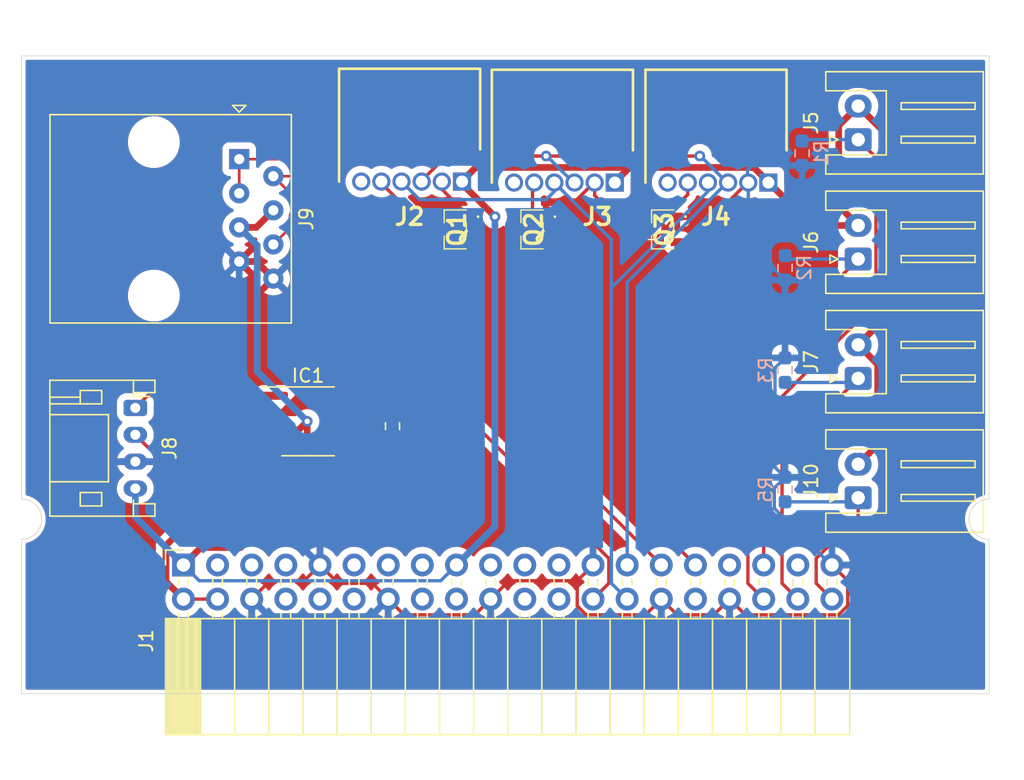
<source format=kicad_pcb>
(kicad_pcb (version 20221018) (generator pcbnew)
  (layers (0 "F.Cu" signal) (31 "B.Cu" signal) (34 "B.Paste" user) (35 "F.Paste" user) (36 "B.SilkS" user "B.Silkscreen") (37 "F.SilkS" user "F.Silkscreen") (38 "B.Mask" user) (39 "F.Mask" user) (44 "Edge.Cuts" user))
  (net 0 "")
  (net 23 "XSHUT2")
  (net 24 "XSHUT1")
  (net 25 "XSHUT0")
  (net 26 "SDA0")
  (net 27 "SCL0")
  (net 28 "Net-(J4-Pin_5)")
  (net 29 "Net-(J3-Pin_5)")
  (net 30 "Net-(J2-Pin_5)")
  (net 31 "GND")
  (net 32 "CANTX")
  (net 33 "CANRX")
  (net 34 "CAN-")
  (net 35 "CAN+")
  (net 36 "BlockDetect_Rear")
  (net 37 "BlockDetect_MiddleOn")
  (net 38 "BlockDetect_MiddleOff")
  (net 39 "BlockDetect_Front")
  (net 40 "+5V")
  (net 41 "+3V3")
  (footprint "samacsys_lib:SHDRRA6W50P0X150_1X6_1050X600X370P" (layer "F.Cu") (at 125.79 86.2875)
    (fp_text reference "J2" (at 3.75 2.6125) (layer "F.SilkS") (effects (font (size 1.27 1.27) (thickness 0.254))))
    (fp_text value "VL53L1X_front" hide)
    (pad "1" thru_hole rect (at 7.65 0) (size 1.35 1.35) (drill 0.9) (layers "*.Cu" "*.Mask") (net 41 "+3V3"))
    (pad "2" thru_hole circle (at 6.15 0) (size 1.35 1.35) (drill 0.9) (layers "*.Cu" "*.Mask") (net 31 "GND"))
    (pad "3" thru_hole circle (at 4.65 0) (size 1.35 1.35) (drill 0.9) (layers "*.Cu" "*.Mask") (net 26 "SDA0"))
    (pad "4" thru_hole circle (at 3.15 0) (size 1.35 1.35) (drill 0.9) (layers "*.Cu" "*.Mask") (net 27 "SCL0"))
    (pad "5" thru_hole circle (at 1.65 0) (size 1.35 1.35) (drill 0.9) (layers "*.Cu" "*.Mask") (net 30 "Net-(J2-Pin_5)"))
    (pad "6" thru_hole circle (at 0.15 0) (size 1.35 1.35) (drill 0.9) (layers "*.Cu" "*.Mask"))
  )
  (footprint "Package_SO:SOIC-8_3.9x4.9mm_P1.27mm" (layer "F.Cu") (at 121.985 104.14)
    (fp_text reference "IC1" (at 0 -3.4) (layer "F.SilkS"))
    (fp_text value "TJA1441AT_0Z")
    (pad "1" smd roundrect (at -2.475 -1.905) (size 1.95 0.6) (layers "F.Cu" "F.Paste" "F.Mask") (net 32 "CANTX"))
    (pad "2" smd roundrect (at -2.475 -0.635) (size 1.95 0.6) (layers "F.Cu" "F.Paste" "F.Mask") (net 31 "GND"))
    (pad "3" smd roundrect (at -2.475 0.635) (size 1.95 0.6) (layers "F.Cu" "F.Paste" "F.Mask") (net 40 "+5V"))
    (pad "4" smd roundrect (at -2.475 1.905) (size 1.95 0.6) (layers "F.Cu" "F.Paste" "F.Mask") (net 33 "CANRX"))
    (pad "5" smd roundrect (at 2.475 1.905) (size 1.95 0.6) (layers "F.Cu" "F.Paste" "F.Mask") (net 41 "+3V3"))
    (pad "6" smd roundrect (at 2.475 0.635) (size 1.95 0.6) (layers "F.Cu" "F.Paste" "F.Mask") (net 34 "CAN-"))
    (pad "7" smd roundrect (at 2.475 -0.635) (size 1.95 0.6) (layers "F.Cu" "F.Paste" "F.Mask") (net 35 "CAN+"))
    (pad "8" smd roundrect (at 2.475 -1.905) (size 1.95 0.6) (layers "F.Cu" "F.Paste" "F.Mask") (net 31 "GND"))
  )
  (footprint "samacsys_lib:DTB123YKT146" (layer "F.Cu") (at 138.65 89.85 90)
    (fp_text reference "Q2" (at 0 0.125 90) (layer "F.SilkS") (effects (font (size 1.27 1.27) (thickness 0.254))))
    (fp_text value "2SC2411KT146Q" hide)
    (pad "1" smd rect (at 0.95 1.05 90) (size 0.6 0.9) (layers "F.Cu" "F.Paste" "F.Mask") (net 31 "GND"))
    (pad "2" smd rect (at -0.95 1.05 90) (size 0.6 0.9) (layers "F.Cu" "F.Paste" "F.Mask") (net 24 "XSHUT1"))
    (pad "3" smd rect (at 0 -1.05 90) (size 0.6 0.9) (layers "F.Cu" "F.Paste" "F.Mask") (net 29 "Net-(J3-Pin_5)"))
  )
  (footprint "samacsys_lib:DTB123YKT146" (layer "F.Cu") (at 132.935 89.85 90)
    (fp_text reference "Q1" (at 0 0.125 90) (layer "F.SilkS") (effects (font (size 1.27 1.27) (thickness 0.254))))
    (fp_text value "2SC2411KT146Q" hide)
    (pad "1" smd rect (at 0.95 1.05 90) (size 0.6 0.9) (layers "F.Cu" "F.Paste" "F.Mask") (net 31 "GND"))
    (pad "2" smd rect (at -0.95 1.05 90) (size 0.6 0.9) (layers "F.Cu" "F.Paste" "F.Mask") (net 25 "XSHUT0"))
    (pad "3" smd rect (at 0 -1.05 90) (size 0.6 0.9) (layers "F.Cu" "F.Paste" "F.Mask") (net 30 "Net-(J2-Pin_5)"))
  )
  (footprint "Resistor_SMD:R_0603_1608Metric_Pad0.98x0.95mm_HandSolder" (layer "F.Cu") (at 128.27 104.4975 -90)
    (fp_text reference "R4" hide)
    (fp_text value "120")
    (pad "1" smd roundrect (at -0.9125 0 270) (size 0.975 0.95) (layers "F.Cu" "F.Paste" "F.Mask") (net 35 "CAN+"))
    (pad "2" smd roundrect (at 0.9125 0 270) (size 0.975 0.95) (layers "F.Cu" "F.Paste" "F.Mask") (net 34 "CAN-"))
  )
  (footprint "Connector_JST:JST_XH_S2B-XH-A_1x02_P2.50mm_Horizontal" (layer "F.Cu") (at 162.92 109.835 90)
    (fp_text reference "J10" (at 1.25 -3.5 90) (layer "F.SilkS"))
    (fp_text value "BlockDetectLimSw_Rear")
    (pad "1" thru_hole roundrect (at 0 0 90) (size 1.7 2) (drill 1) (layers "*.Cu" "*.Mask") (roundrect_rratio 0.147059) (net 36 "BlockDetect_Rear"))
    (pad "2" thru_hole oval (at 2.5 0 90) (size 1.7 2) (drill 1) (layers "*.Cu" "*.Mask") (net 41 "+3V3"))
  )
  (footprint "Connector_PinSocket_2.54mm:PinSocket_2x20_P2.54mm_Horizontal" (layer "F.Cu") (at 112.71 114.835 90)
    (fp_text reference "J1" (at -5.65 -2.77 90) (layer "F.SilkS"))
    (fp_text value "JetsonOrinNano_DevKit_J12")
    (pad "1" thru_hole rect (at 0 0 90) (size 1.7 1.7) (drill 1) (layers "*.Cu" "*.Mask") (net 41 "+3V3"))
    (pad "2" thru_hole oval (at -2.54 0 90) (size 1.7 1.7) (drill 1) (layers "*.Cu" "*.Mask") (net 40 "+5V"))
    (pad "3" thru_hole oval (at 0 2.54 90) (size 1.7 1.7) (drill 1) (layers "*.Cu" "*.Mask"))
    (pad "4" thru_hole oval (at -2.54 2.54 90) (size 1.7 1.7) (drill 1) (layers "*.Cu" "*.Mask") (net 40 "+5V"))
    (pad "5" thru_hole oval (at 0 5.08 90) (size 1.7 1.7) (drill 1) (layers "*.Cu" "*.Mask"))
    (pad "6" thru_hole oval (at -2.54 5.08 90) (size 1.7 1.7) (drill 1) (layers "*.Cu" "*.Mask") (net 31 "GND"))
    (pad "7" thru_hole oval (at 0 7.62 90) (size 1.7 1.7) (drill 1) (layers "*.Cu" "*.Mask"))
    (pad "8" thru_hole oval (at -2.54 7.62 90) (size 1.7 1.7) (drill 1) (layers "*.Cu" "*.Mask"))
    (pad "9" thru_hole oval (at 0 10.16 90) (size 1.7 1.7) (drill 1) (layers "*.Cu" "*.Mask") (net 31 "GND"))
    (pad "10" thru_hole oval (at -2.54 10.16 90) (size 1.7 1.7) (drill 1) (layers "*.Cu" "*.Mask"))
    (pad "11" thru_hole oval (at 0 12.7 90) (size 1.7 1.7) (drill 1) (layers "*.Cu" "*.Mask"))
    (pad "12" thru_hole oval (at -2.54 12.7 90) (size 1.7 1.7) (drill 1) (layers "*.Cu" "*.Mask"))
    (pad "13" thru_hole oval (at 0 15.24 90) (size 1.7 1.7) (drill 1) (layers "*.Cu" "*.Mask"))
    (pad "14" thru_hole oval (at -2.54 15.24 90) (size 1.7 1.7) (drill 1) (layers "*.Cu" "*.Mask") (net 31 "GND"))
    (pad "15" thru_hole oval (at 0 17.78 90) (size 1.7 1.7) (drill 1) (layers "*.Cu" "*.Mask"))
    (pad "16" thru_hole oval (at -2.54 17.78 90) (size 1.7 1.7) (drill 1) (layers "*.Cu" "*.Mask"))
    (pad "17" thru_hole oval (at 0 20.32 90) (size 1.7 1.7) (drill 1) (layers "*.Cu" "*.Mask") (net 41 "+3V3"))
    (pad "18" thru_hole oval (at -2.54 20.32 90) (size 1.7 1.7) (drill 1) (layers "*.Cu" "*.Mask"))
    (pad "19" thru_hole oval (at 0 22.86 90) (size 1.7 1.7) (drill 1) (layers "*.Cu" "*.Mask"))
    (pad "20" thru_hole oval (at -2.54 22.86 90) (size 1.7 1.7) (drill 1) (layers "*.Cu" "*.Mask") (net 31 "GND"))
    (pad "21" thru_hole oval (at 0 25.4 90) (size 1.7 1.7) (drill 1) (layers "*.Cu" "*.Mask"))
    (pad "22" thru_hole oval (at -2.54 25.4 90) (size 1.7 1.7) (drill 1) (layers "*.Cu" "*.Mask"))
    (pad "23" thru_hole oval (at 0 27.94 90) (size 1.7 1.7) (drill 1) (layers "*.Cu" "*.Mask"))
    (pad "24" thru_hole oval (at -2.54 27.94 90) (size 1.7 1.7) (drill 1) (layers "*.Cu" "*.Mask"))
    (pad "25" thru_hole oval (at 0 30.48 90) (size 1.7 1.7) (drill 1) (layers "*.Cu" "*.Mask") (net 31 "GND"))
    (pad "26" thru_hole oval (at -2.54 30.48 90) (size 1.7 1.7) (drill 1) (layers "*.Cu" "*.Mask") (net 25 "XSHUT0"))
    (pad "27" thru_hole oval (at 0 33.02 90) (size 1.7 1.7) (drill 1) (layers "*.Cu" "*.Mask") (net 26 "SDA0"))
    (pad "28" thru_hole oval (at -2.54 33.02 90) (size 1.7 1.7) (drill 1) (layers "*.Cu" "*.Mask") (net 27 "SCL0"))
    (pad "29" thru_hole oval (at 0 35.56 90) (size 1.7 1.7) (drill 1) (layers "*.Cu" "*.Mask") (net 24 "XSHUT1"))
    (pad "30" thru_hole oval (at -2.54 35.56 90) (size 1.7 1.7) (drill 1) (layers "*.Cu" "*.Mask") (net 31 "GND"))
    (pad "31" thru_hole oval (at 0 38.1 90) (size 1.7 1.7) (drill 1) (layers "*.Cu" "*.Mask") (net 23 "XSHUT2"))
    (pad "32" thru_hole oval (at -2.54 38.1 90) (size 1.7 1.7) (drill 1) (layers "*.Cu" "*.Mask"))
    (pad "33" thru_hole oval (at 0 40.64 90) (size 1.7 1.7) (drill 1) (layers "*.Cu" "*.Mask"))
    (pad "34" thru_hole oval (at -2.54 40.64 90) (size 1.7 1.7) (drill 1) (layers "*.Cu" "*.Mask") (net 31 "GND"))
    (pad "35" thru_hole oval (at 0 43.18 90) (size 1.7 1.7) (drill 1) (layers "*.Cu" "*.Mask") (net 39 "BlockDetect_Front"))
    (pad "36" thru_hole oval (at -2.54 43.18 90) (size 1.7 1.7) (drill 1) (layers "*.Cu" "*.Mask") (net 37 "BlockDetect_MiddleOn"))
    (pad "37" thru_hole oval (at 0 45.72 90) (size 1.7 1.7) (drill 1) (layers "*.Cu" "*.Mask"))
    (pad "38" thru_hole oval (at -2.54 45.72 90) (size 1.7 1.7) (drill 1) (layers "*.Cu" "*.Mask") (net 38 "BlockDetect_MiddleOff"))
    (pad "39" thru_hole oval (at 0 48.26 90) (size 1.7 1.7) (drill 1) (layers "*.Cu" "*.Mask") (net 31 "GND"))
    (pad "40" thru_hole oval (at -2.54 48.26 90) (size 1.7 1.7) (drill 1) (layers "*.Cu" "*.Mask") (net 36 "BlockDetect_Rear"))
  )
  (footprint "samacsys_lib:DTB123YKT146" (layer "F.Cu") (at 148.37 89.85 90)
    (fp_text reference "Q3" (at 0 0.125 90) (layer "F.SilkS") (effects (font (size 1.27 1.27) (thickness 0.254))))
    (fp_text value "2SC2411KT146Q" hide)
    (pad "1" smd rect (at 0.95 1.05 90) (size 0.6 0.9) (layers "F.Cu" "F.Paste" "F.Mask") (net 31 "GND"))
    (pad "2" smd rect (at -0.95 1.05 90) (size 0.6 0.9) (layers "F.Cu" "F.Paste" "F.Mask") (net 23 "XSHUT2"))
    (pad "3" smd rect (at 0 -1.05 90) (size 0.6 0.9) (layers "F.Cu" "F.Paste" "F.Mask") (net 28 "Net-(J4-Pin_5)"))
  )
  (footprint "samacsys_lib:SHDRRA6W50P0X150_1X6_1050X600X370P" (layer "F.Cu") (at 148.59 86.36)
    (fp_text reference "J4" (at 3.75 2.54) (layer "F.SilkS") (effects (font (size 1.27 1.27) (thickness 0.254))))
    (fp_text value "VL53L1X_rear" hide)
    (pad "1" thru_hole rect (at 7.65 0) (size 1.35 1.35) (drill 0.9) (layers "*.Cu" "*.Mask") (net 41 "+3V3"))
    (pad "2" thru_hole circle (at 6.15 0) (size 1.35 1.35) (drill 0.9) (layers "*.Cu" "*.Mask") (net 31 "GND"))
    (pad "3" thru_hole circle (at 4.65 0) (size 1.35 1.35) (drill 0.9) (layers "*.Cu" "*.Mask") (net 26 "SDA0"))
    (pad "4" thru_hole circle (at 3.15 0) (size 1.35 1.35) (drill 0.9) (layers "*.Cu" "*.Mask") (net 27 "SCL0"))
    (pad "5" thru_hole circle (at 1.65 0) (size 1.35 1.35) (drill 0.9) (layers "*.Cu" "*.Mask") (net 28 "Net-(J4-Pin_5)"))
    (pad "6" thru_hole circle (at 0.15 0) (size 1.35 1.35) (drill 0.9) (layers "*.Cu" "*.Mask"))
  )
  (footprint "samacsys_lib:SHDRRA6W50P0X150_1X6_1050X600X370P" (layer "F.Cu") (at 137.16 86.36)
    (fp_text reference "J3" (at 6.35 2.54) (layer "F.SilkS") (effects (font (size 1.27 1.27) (thickness 0.254))))
    (fp_text value "VL53L1X_middle" hide)
    (pad "1" thru_hole rect (at 7.65 0) (size 1.35 1.35) (drill 0.9) (layers "*.Cu" "*.Mask") (net 41 "+3V3"))
    (pad "2" thru_hole circle (at 6.15 0) (size 1.35 1.35) (drill 0.9) (layers "*.Cu" "*.Mask") (net 31 "GND"))
    (pad "3" thru_hole circle (at 4.65 0) (size 1.35 1.35) (drill 0.9) (layers "*.Cu" "*.Mask") (net 26 "SDA0"))
    (pad "4" thru_hole circle (at 3.15 0) (size 1.35 1.35) (drill 0.9) (layers "*.Cu" "*.Mask") (net 27 "SCL0"))
    (pad "5" thru_hole circle (at 1.65 0) (size 1.35 1.35) (drill 0.9) (layers "*.Cu" "*.Mask") (net 29 "Net-(J3-Pin_5)"))
    (pad "6" thru_hole circle (at 0.15 0) (size 1.35 1.35) (drill 0.9) (layers "*.Cu" "*.Mask"))
  )
  (footprint "Connector_JST:JST_XH_S2B-XH-A_1x02_P2.50mm_Horizontal" (layer "F.Cu") (at 162.92 92.055 90)
    (fp_text reference "J6" (at 1.25 -3.5 90) (layer "F.SilkS"))
    (fp_text value "BlockDetectLimSw_MiddleOn")
    (pad "1" thru_hole roundrect (at 0 0 90) (size 1.7 2) (drill 1) (layers "*.Cu" "*.Mask") (roundrect_rratio 0.147059) (net 37 "BlockDetect_MiddleOn"))
    (pad "2" thru_hole oval (at 2.5 0 90) (size 1.7 2) (drill 1) (layers "*.Cu" "*.Mask") (net 41 "+3V3"))
  )
  (footprint "Connector_JST:JST_XH_S2B-XH-A_1x02_P2.50mm_Horizontal" (layer "F.Cu") (at 162.92 83.165 90)
    (fp_text reference "J5" (at 1.25 -3.5 90) (layer "F.SilkS"))
    (fp_text value "BlockDetectLimSw_Front")
    (pad "1" thru_hole roundrect (at 0 0 90) (size 1.7 2) (drill 1) (layers "*.Cu" "*.Mask") (roundrect_rratio 0.147059) (net 39 "BlockDetect_Front"))
    (pad "2" thru_hole oval (at 2.5 0 90) (size 1.7 2) (drill 1) (layers "*.Cu" "*.Mask") (net 41 "+3V3"))
  )
  (footprint "Connector_JST:JST_XH_S2B-XH-A_1x02_P2.50mm_Horizontal" (layer "F.Cu") (at 162.92 100.945 90)
    (fp_text reference "J7" (at 1.25 -3.5 90) (layer "F.SilkS"))
    (fp_text value "BlockDetectLimSw_MiddleOff")
    (pad "1" thru_hole roundrect (at 0 0 90) (size 1.7 2) (drill 1) (layers "*.Cu" "*.Mask") (roundrect_rratio 0.147059) (net 38 "BlockDetect_MiddleOff"))
    (pad "2" thru_hole oval (at 2.5 0 90) (size 1.7 2) (drill 1) (layers "*.Cu" "*.Mask") (net 41 "+3V3"))
  )
  (footprint "Connector_JST:JST_PH_S4B-PH-K_1x04_P2.00mm_Horizontal" (layer "F.Cu") (at 109.13 103.14 -90)
    (fp_text reference "J8" (at 3 -2.55 -90) (layer "F.SilkS"))
    (fp_text value "Conn_01x04_Socket")
    (pad "1" thru_hole roundrect (at 0 0 270) (size 1.2 1.75) (drill 0.75) (layers "*.Cu" "*.Mask") (roundrect_rratio 0.208333) (net 32 "CANTX"))
    (pad "2" thru_hole oval (at 2 0 270) (size 1.2 1.75) (drill 0.75) (layers "*.Cu" "*.Mask") (net 33 "CANRX"))
    (pad "3" thru_hole oval (at 4 0 270) (size 1.2 1.75) (drill 0.75) (layers "*.Cu" "*.Mask") (net 31 "GND"))
    (pad "4" thru_hole oval (at 6 0 270) (size 1.2 1.75) (drill 0.75) (layers "*.Cu" "*.Mask") (net 41 "+3V3"))
  )
  (footprint "d_robo_lib:RJ45_Amphenol_54602-x08_Horizontal" (layer "F.Cu") (at 116.86 84.6175 -90)
    (fp_text reference "J9" (at 4.445 -5 -90) (layer "F.SilkS"))
    (fp_text value "RJ45")
    (pad "" np_thru_hole circle (at -1.27 6.35 270) (size 3.2 3.2) (drill 3.2) (layers "*.Cu" "*.Mask"))
    (pad "" np_thru_hole circle (at 10.16 6.35 270) (size 3.2 3.2) (drill 3.2) (layers "*.Cu" "*.Mask"))
    (pad "1" thru_hole rect (at 0 0 270) (size 1.5 1.5) (drill 0.76) (layers "*.Cu" "*.Mask") (net 34 "CAN-"))
    (pad "2" thru_hole circle (at 1.27 -2.54 270) (size 1.5 1.5) (drill 0.76) (layers "*.Cu" "*.Mask") (net 35 "CAN+"))
    (pad "3" thru_hole circle (at 2.54 0 270) (size 1.5 1.5) (drill 0.76) (layers "*.Cu" "*.Mask") (net 34 "CAN-"))
    (pad "4" thru_hole circle (at 3.81 -2.54 270) (size 1.5 1.5) (drill 0.76) (layers "*.Cu" "*.Mask") (net 40 "+5V"))
    (pad "5" thru_hole circle (at 5.08 0 270) (size 1.5 1.5) (drill 0.76) (layers "*.Cu" "*.Mask") (net 40 "+5V"))
    (pad "6" thru_hole circle (at 6.35 -2.54 270) (size 1.5 1.5) (drill 0.76) (layers "*.Cu" "*.Mask") (net 35 "CAN+"))
    (pad "7" thru_hole circle (at 7.62 0 270) (size 1.5 1.5) (drill 0.76) (layers "*.Cu" "*.Mask") (net 31 "GND"))
    (pad "8" thru_hole circle (at 8.89 -2.54 270) (size 1.5 1.5) (drill 0.76) (layers "*.Cu" "*.Mask") (net 31 "GND"))
  )
  (footprint "Resistor_SMD:R_0603_1608Metric_Pad0.98x0.95mm_HandSolder" (layer "B.Cu") (at 158.75 84.1775 90)
    (fp_text reference "R1" (at 0 1.43 90) (layer "B.SilkS") (effects (justify mirror)))
    (fp_text value "1K")
    (pad "1" smd roundrect (at -0.9125 0 90) (size 0.975 0.95) (layers "B.Cu" "B.Paste" "B.Mask") (net 31 "GND"))
    (pad "2" smd roundrect (at 0.9125 0 90) (size 0.975 0.95) (layers "B.Cu" "B.Paste" "B.Mask") (net 39 "BlockDetect_Front"))
  )
  (footprint "Resistor_SMD:R_0603_1608Metric_Pad0.98x0.95mm_HandSolder" (layer "B.Cu") (at 157.48 100.33 -90)
    (fp_text reference "R3" (at 0 1.43 90) (layer "B.SilkS") (effects (justify mirror)))
    (fp_text value "1K")
    (pad "1" smd roundrect (at -0.9125 0 270) (size 0.975 0.95) (layers "B.Cu" "B.Paste" "B.Mask") (net 31 "GND"))
    (pad "2" smd roundrect (at 0.9125 0 270) (size 0.975 0.95) (layers "B.Cu" "B.Paste" "B.Mask") (net 38 "BlockDetect_MiddleOff"))
  )
  (footprint "Resistor_SMD:R_0603_1608Metric_Pad0.98x0.95mm_HandSolder" (layer "B.Cu") (at 157.48 109.22 -90)
    (fp_text reference "R5" (at 0 1.43 90) (layer "B.SilkS") (effects (justify mirror)))
    (fp_text value "1K")
    (pad "1" smd roundrect (at -0.9125 0 270) (size 0.975 0.95) (layers "B.Cu" "B.Paste" "B.Mask") (net 31 "GND"))
    (pad "2" smd roundrect (at 0.9125 0 270) (size 0.975 0.95) (layers "B.Cu" "B.Paste" "B.Mask") (net 36 "BlockDetect_Rear"))
  )
  (footprint "Resistor_SMD:R_0603_1608Metric_Pad0.98x0.95mm_HandSolder" (layer "B.Cu") (at 157.48 92.71 90)
    (fp_text reference "R2" (at 0 1.43 90) (layer "B.SilkS") (effects (justify mirror)))
    (fp_text value "1K")
    (pad "1" smd roundrect (at -0.9125 0 90) (size 0.975 0.95) (layers "B.Cu" "B.Paste" "B.Mask") (net 31 "GND"))
    (pad "2" smd roundrect (at 0.9125 0 90) (size 0.975 0.95) (layers "B.Cu" "B.Paste" "B.Mask") (net 37 "BlockDetect_MiddleOn"))
  )
  (gr_line (start 101.110983 112.854424) (end 101.180623 112.830806) (stroke (width 0.049999)) (layer "Edge.Cuts"))
  (gr_line (start 172.511803 112.914306) (end 172.587928 112.920162) (stroke (width 0.049999)) (layer "Edge.Cuts"))
  (gr_line (start 101.111024 109.989951) (end 101.039901 109.969696) (stroke (width 0.049999)) (layer "Edge.Cuts"))
  (gr_line (start 172.362973 112.891466) (end 172.436786 112.90471) (stroke (width 0.049999)) (layer "Edge.Cuts"))
  (gr_line (start 172.363008 109.952893) (end 172.290492 109.969688) (stroke (width 0.049999)) (layer "Edge.Cuts"))
  (gr_line (start 171.257363 110.906715) (end 171.233806 110.976376) (stroke (width 0.049999)) (layer "Edge.Cuts"))
  (gr_line (start 171.196874 111.724286) (end 171.213603 111.796817) (stroke (width 0.049999)) (layer "Edge.Cuts"))
  (gr_line (start 102.016152 112.072154) (end 102.046157 112.00574) (stroke (width 0.049999)) (layer "Edge.Cuts"))
  (gr_line (start 101.315071 112.773853) (end 101.379691 112.740706) (stroke (width 0.049999)) (layer "Edge.Cuts"))
  (gr_line (start 100.742391 112.920163) (end 100.818515 112.914309) (stroke (width 0.049999)) (layer "Edge.Cuts"))
  (gr_line (start 101.908009 112.26043) (end 101.946983 112.199593) (stroke (width 0.049999)) (layer "Edge.Cuts"))
  (gr_line (start 171.950624 112.740692) (end 172.015244 112.77384) (stroke (width 0.049999)) (layer "Edge.Cuts"))
  (gr_line (start 101.866257 110.52518) (end 101.821775 110.468528) (stroke (width 0.049999)) (layer "Edge.Cuts"))
  (gr_line (start 101.946983 112.199593) (end 101.983062 112.136802) (stroke (width 0.049999)) (layer "Edge.Cuts"))
  (gr_line (start 101.503287 110.178844) (end 101.442485 110.139813) (stroke (width 0.049999)) (layer "Edge.Cuts"))
  (gr_line (start 171.314175 112.072121) (end 171.347262 112.136771) (stroke (width 0.049999)) (layer "Edge.Cuts"))
  (gr_line (start 101.44245 112.704572) (end 101.503253 112.665543) (stroke (width 0.049999)) (layer "Edge.Cuts"))
  (gr_line (start 172.665099 109.922182) (end 172.58796 109.924202) (stroke (width 0.049999)) (layer "Edge.Cuts"))
  (gr_line (start 102.046157 112.00574) (end 102.072985 111.937657) (stroke (width 0.049999)) (layer "Edge.Cuts"))
  (gr_line (start 171.17418 111.268897) (end 171.168393 111.345026) (stroke (width 0.049999)) (layer "Edge.Cuts"))
  (gr_line (start 171.183708 111.193873) (end 171.17418 111.268897) (stroke (width 0.049999)) (layer "Edge.Cuts"))
  (gr_line (start 102.072985 111.937657) (end 102.096541 111.867997) (stroke (width 0.049999)) (layer "Edge.Cuts"))
  (gr_line (start 171.827097 110.178823) (end 171.768343 110.220651) (stroke (width 0.049999)) (layer "Edge.Cuts"))
  (gr_line (start 102.163901 111.422213) (end 102.161953 111.345072) (stroke (width 0.049999)) (layer "Edge.Cuts"))
  (gr_line (start 100.742436 109.924203) (end 100.665298 109.922182) (stroke (width 0.049999)) (layer "Edge.Cuts"))
  (gr_line (start 172.663833 112.92142) (end 172.663833 124.42) (stroke (width 0.049999)) (layer "Edge.Cuts"))
  (gr_line (start 101.983082 110.707606) (end 101.947004 110.644813) (stroke (width 0.049999)) (layer "Edge.Cuts"))
  (gr_line (start 171.508601 110.468496) (end 171.464117 110.525147) (stroke (width 0.049999)) (layer "Edge.Cuts"))
  (gr_line (start 171.605315 110.361994) (end 171.555698 110.414081) (stroke (width 0.049999)) (layer "Edge.Cuts"))
  (gr_line (start 101.248683 112.803918) (end 101.315071 112.773853) (stroke (width 0.049999)) (layer "Edge.Cuts"))
  (gr_line (start 171.284191 110.838631) (end 171.257363 110.906715) (stroke (width 0.049999)) (layer "Edge.Cuts"))
  (gr_line (start 171.657358 110.312331) (end 171.605315 110.361994) (stroke (width 0.049999)) (layer "Edge.Cuts"))
  (gr_line (start 171.711697 112.579161) (end 171.768308 112.623696) (stroke (width 0.049999)) (layer "Edge.Cuts"))
  (gr_line (start 101.866233 112.319221) (end 101.908009 112.26043) (stroke (width 0.049999)) (layer "Edge.Cuts"))
  (gr_line (start 171.555667 112.430262) (end 171.605283 112.48235) (stroke (width 0.049999)) (layer "Edge.Cuts"))
  (gr_line (start 101.983062 112.136802) (end 102.016152 112.072154) (stroke (width 0.049999)) (layer "Edge.Cuts"))
  (gr_line (start 171.464088 112.319194) (end 171.508571 112.375846) (stroke (width 0.049999)) (layer "Edge.Cuts"))
  (gr_line (start 171.257345 111.937621) (end 171.284171 112.005706) (stroke (width 0.049999)) (layer "Edge.Cuts"))
  (gr_line (start 101.618619 112.579181) (end 101.672992 112.532035) (stroke (width 0.049999)) (layer "Edge.Cuts"))
  (gr_line (start 101.039859 112.874677) (end 101.110983 112.854424) (stroke (width 0.049999)) (layer "Edge.Cuts"))
  (gr_line (start 171.464117 110.525147) (end 171.42234 110.583938) (stroke (width 0.049999)) (layer "Edge.Cuts"))
  (gr_line (start 171.314197 110.772217) (end 171.284191 110.838631) (stroke (width 0.049999)) (layer "Edge.Cuts"))
  (gr_line (start 171.213603 111.796817) (end 171.233791 111.86796) (stroke (width 0.049999)) (layer "Edge.Cuts"))
  (gr_line (start 171.38334 112.199563) (end 171.422313 112.260402) (stroke (width 0.049999)) (layer "Edge.Cuts"))
  (gr_line (start 102.096541 111.867997) (end 102.116731 111.796856) (stroke (width 0.049999)) (layer "Edge.Cuts"))
  (gr_line (start 172.290457 112.87467) (end 172.362973 112.891466) (stroke (width 0.049999)) (layer "Edge.Cuts"))
  (gr_line (start 172.587928 112.920162) (end 172.665069 112.922182) (stroke (width 0.049999)) (layer "Edge.Cuts"))
  (gr_line (start 172.290492 109.969688) (end 172.219367 109.989941) (stroke (width 0.049999)) (layer "Edge.Cuts"))
  (gr_line (start 100.665 112.92142) (end 100.665 124.42) (stroke (width 0.049999)) (layer "Edge.Cuts"))
  (gr_line (start 101.442485 110.139813) (end 101.379727 110.103676) (stroke (width 0.049999)) (layer "Edge.Cuts"))
  (gr_line (start 172.081631 112.803906) (end 172.149692 112.830796) (stroke (width 0.049999)) (layer "Edge.Cuts"))
  (gr_line (start 172.081667 110.040448) (end 172.01528 110.070512) (stroke (width 0.049999)) (layer "Edge.Cuts"))
  (gr_line (start 101.180663 110.013571) (end 101.111024 109.989951) (stroke (width 0.049999)) (layer "Edge.Cuts"))
  (gr_line (start 171.284171 112.005706) (end 171.314175 112.072121) (stroke (width 0.049999)) (layer "Edge.Cuts"))
  (gr_line (start 100.665 124.42) (end 172.663833 124.42) (stroke (width 0.049999)) (layer "Edge.Cuts"))
  (gr_line (start 171.827062 112.665526) (end 171.887865 112.704556) (stroke (width 0.049999)) (layer "Edge.Cuts"))
  (gr_line (start 102.156169 111.268942) (end 102.146643 111.193918) (stroke (width 0.049999)) (layer "Edge.Cuts"))
  (gr_line (start 171.422313 112.260402) (end 171.464088 112.319194) (stroke (width 0.049999)) (layer "Edge.Cuts"))
  (gr_line (start 100.967386 109.952899) (end 100.893574 109.939656) (stroke (width 0.049999)) (layer "Edge.Cuts"))
  (gr_line (start 172.219367 109.989941) (end 172.149728 110.013559) (stroke (width 0.049999)) (layer "Edge.Cuts"))
  (gr_line (start 172.58796 109.924202) (end 172.511836 109.930056) (stroke (width 0.049999)) (layer "Edge.Cuts"))
  (gr_line (start 171.768343 110.220651) (end 171.711732 110.265185) (stroke (width 0.049999)) (layer "Edge.Cuts"))
  (gr_line (start 101.908031 110.583974) (end 101.866257 110.52518) (stroke (width 0.049999)) (layer "Edge.Cuts"))
  (gr_line (start 172.511836 109.930056) (end 172.43682 109.939651) (stroke (width 0.049999)) (layer "Edge.Cuts"))
  (gr_line (start 102.133469 111.120093) (end 102.116741 111.047562) (stroke (width 0.049999)) (layer "Edge.Cuts"))
  (gr_line (start 172.149692 112.830796) (end 172.219331 112.854415) (stroke (width 0.049999)) (layer "Edge.Cuts"))
  (gr_line (start 101.821775 110.468528) (end 101.774679 110.414111) (stroke (width 0.049999)) (layer "Edge.Cuts"))
  (gr_line (start 171.555698 110.414081) (end 171.508601 110.468496) (stroke (width 0.049999)) (layer "Edge.Cuts"))
  (gr_line (start 102.133461 111.724327) (end 102.146637 111.650503) (stroke (width 0.049999)) (layer "Edge.Cuts"))
  (gr_line (start 101.315108 110.070528) (end 101.248722 110.040461) (stroke (width 0.049999)) (layer "Edge.Cuts"))
  (gr_line (start 171.887865 112.704556) (end 171.950624 112.740692) (stroke (width 0.049999)) (layer "Edge.Cuts"))
  (gr_line (start 100.665 76.922007) (end 100.665 109.921679) (stroke (width 0.049999)) (layer "Edge.Cuts"))
  (gr_line (start 172.219331 112.854415) (end 172.290457 112.87467) (stroke (width 0.049999)) (layer "Edge.Cuts"))
  (gr_line (start 102.146637 111.650503) (end 102.156165 111.575481) (stroke (width 0.049999)) (layer "Edge.Cuts"))
  (gr_line (start 102.046173 110.838672) (end 102.016169 110.772257) (stroke (width 0.049999)) (layer "Edge.Cuts"))
  (gr_line (start 101.379691 112.740706) (end 101.44245 112.704572) (stroke (width 0.049999)) (layer "Edge.Cuts"))
  (gr_line (start 171.196885 111.120049) (end 171.183708 111.193873) (stroke (width 0.049999)) (layer "Edge.Cuts"))
  (gr_line (start 100.893574 109.939656) (end 100.81856 109.930059) (stroke (width 0.049999)) (layer "Edge.Cuts"))
  (gr_line (start 171.95066 110.103659) (end 171.887901 110.139794) (stroke (width 0.049999)) (layer "Edge.Cuts"))
  (gr_line (start 171.508571 112.375846) (end 171.555667 112.430262) (stroke (width 0.049999)) (layer "Edge.Cuts"))
  (gr_line (start 102.161951 111.499353) (end 102.163901 111.422213) (stroke (width 0.049999)) (layer "Edge.Cuts"))
  (gr_line (start 171.711732 110.265185) (end 171.657358 110.312331) (stroke (width 0.049999)) (layer "Edge.Cuts"))
  (gr_line (start 101.61865 110.26521) (end 101.56204 110.220674) (stroke (width 0.049999)) (layer "Edge.Cuts"))
  (gr_line (start 171.233791 111.86796) (end 171.257345 111.937621) (stroke (width 0.049999)) (layer "Edge.Cuts"))
  (gr_line (start 171.347262 112.136771) (end 171.38334 112.199563) (stroke (width 0.049999)) (layer "Edge.Cuts"))
  (gr_line (start 172.149728 110.013559) (end 172.081667 110.040448) (stroke (width 0.049999)) (layer "Edge.Cuts"))
  (gr_line (start 172.663833 76.922007) (end 172.663833 109.921679) (stroke (width 0.049999)) (layer "Edge.Cuts"))
  (gr_line (start 100.967343 112.891472) (end 101.039859 112.874677) (stroke (width 0.049999)) (layer "Edge.Cuts"))
  (gr_line (start 101.725035 112.482373) (end 101.774652 112.430287) (stroke (width 0.049999)) (layer "Edge.Cuts"))
  (gr_line (start 101.774679 110.414111) (end 101.725063 110.362023) (stroke (width 0.049999)) (layer "Edge.Cuts"))
  (gr_line (start 100.665 76.922007) (end 172.663833 76.922007) (stroke (width 0.049999)) (layer "Edge.Cuts"))
  (gr_line (start 171.605283 112.48235) (end 171.657324 112.532014) (stroke (width 0.049999)) (layer "Edge.Cuts"))
  (gr_line (start 100.893531 112.904714) (end 100.967343 112.891472) (stroke (width 0.049999)) (layer "Edge.Cuts"))
  (gr_line (start 100.818515 112.914309) (end 100.893531 112.904714) (stroke (width 0.049999)) (layer "Edge.Cuts"))
  (gr_line (start 171.168393 111.345026) (end 171.166442 111.422167) (stroke (width 0.049999)) (layer "Edge.Cuts"))
  (gr_line (start 101.725063 110.362023) (end 101.673023 110.312358) (stroke (width 0.049999)) (layer "Edge.Cuts"))
  (gr_line (start 101.774652 112.430287) (end 101.821749 112.375872) (stroke (width 0.049999)) (layer "Edge.Cuts"))
  (gr_line (start 102.116741 111.047562) (end 102.096553 110.976419) (stroke (width 0.049999)) (layer "Edge.Cuts"))
  (gr_line (start 171.347286 110.707568) (end 171.314197 110.772217) (stroke (width 0.049999)) (layer "Edge.Cuts"))
  (gr_line (start 171.657324 112.532014) (end 171.711697 112.579161) (stroke (width 0.049999)) (layer "Edge.Cuts"))
  (gr_line (start 171.887901 110.139794) (end 171.827097 110.178823) (stroke (width 0.049999)) (layer "Edge.Cuts"))
  (gr_line (start 102.146643 111.193918) (end 102.133469 111.120093) (stroke (width 0.049999)) (layer "Edge.Cuts"))
  (gr_line (start 102.016169 110.772257) (end 101.983082 110.707606) (stroke (width 0.049999)) (layer "Edge.Cuts"))
  (gr_line (start 101.180623 112.830806) (end 101.248683 112.803918) (stroke (width 0.049999)) (layer "Edge.Cuts"))
  (gr_line (start 101.379727 110.103676) (end 101.315108 110.070528) (stroke (width 0.049999)) (layer "Edge.Cuts"))
  (gr_line (start 171.16839 111.499308) (end 171.174174 111.575438) (stroke (width 0.049999)) (layer "Edge.Cuts"))
  (gr_line (start 171.174174 111.575438) (end 171.1837 111.650462) (stroke (width 0.049999)) (layer "Edge.Cuts"))
  (gr_line (start 171.1837 111.650462) (end 171.196874 111.724286) (stroke (width 0.049999)) (layer "Edge.Cuts"))
  (gr_line (start 172.436786 112.90471) (end 172.511803 112.914306) (stroke (width 0.049999)) (layer "Edge.Cuts"))
  (gr_line (start 171.768308 112.623696) (end 171.827062 112.665526) (stroke (width 0.049999)) (layer "Edge.Cuts"))
  (gr_line (start 172.01528 110.070512) (end 171.95066 110.103659) (stroke (width 0.049999)) (layer "Edge.Cuts"))
  (gr_line (start 101.562008 112.623715) (end 101.618619 112.579181) (stroke (width 0.049999)) (layer "Edge.Cuts"))
  (gr_line (start 171.383365 110.644777) (end 171.347286 110.707568) (stroke (width 0.049999)) (layer "Edge.Cuts"))
  (gr_line (start 102.156165 111.575481) (end 102.161951 111.499353) (stroke (width 0.049999)) (layer "Edge.Cuts"))
  (gr_line (start 100.665252 112.922182) (end 100.742391 112.920163) (stroke (width 0.049999)) (layer "Edge.Cuts"))
  (gr_line (start 101.821749 112.375872) (end 101.866233 112.319221) (stroke (width 0.049999)) (layer "Edge.Cuts"))
  (gr_line (start 101.672992 112.532035) (end 101.725035 112.482373) (stroke (width 0.049999)) (layer "Edge.Cuts"))
  (gr_line (start 171.233806 110.976376) (end 171.213616 111.047518) (stroke (width 0.049999)) (layer "Edge.Cuts"))
  (gr_line (start 102.096553 110.976419) (end 102.072999 110.906757) (stroke (width 0.049999)) (layer "Edge.Cuts"))
  (gr_line (start 172.015244 112.77384) (end 172.081631 112.803906) (stroke (width 0.049999)) (layer "Edge.Cuts"))
  (gr_line (start 101.039901 109.969696) (end 100.967386 109.952899) (stroke (width 0.049999)) (layer "Edge.Cuts"))
  (gr_line (start 101.248722 110.040461) (end 101.180663 110.013571) (stroke (width 0.049999)) (layer "Edge.Cuts"))
  (gr_line (start 102.116731 111.796856) (end 102.133461 111.724327) (stroke (width 0.049999)) (layer "Edge.Cuts"))
  (gr_line (start 102.072999 110.906757) (end 102.046173 110.838672) (stroke (width 0.049999)) (layer "Edge.Cuts"))
  (gr_line (start 101.503253 112.665543) (end 101.562008 112.623715) (stroke (width 0.049999)) (layer "Edge.Cuts"))
  (gr_line (start 100.81856 109.930059) (end 100.742436 109.924203) (stroke (width 0.049999)) (layer "Edge.Cuts"))
  (gr_line (start 102.161953 111.345072) (end 102.156169 111.268942) (stroke (width 0.049999)) (layer "Edge.Cuts"))
  (gr_line (start 171.42234 110.583938) (end 171.383365 110.644777) (stroke (width 0.049999)) (layer "Edge.Cuts"))
  (gr_line (start 101.56204 110.220674) (end 101.503287 110.178844) (stroke (width 0.049999)) (layer "Edge.Cuts"))
  (gr_line (start 171.166442 111.422167) (end 171.16839 111.499308) (stroke (width 0.049999)) (layer "Edge.Cuts"))
  (gr_line (start 101.673023 110.312358) (end 101.61865 110.26521) (stroke (width 0.049999)) (layer "Edge.Cuts"))
  (gr_line (start 101.947004 110.644813) (end 101.908031 110.583974) (stroke (width 0.049999)) (layer "Edge.Cuts"))
  (gr_line (start 171.213616 111.047518) (end 171.196885 111.120049) (stroke (width 0.049999)) (layer "Edge.Cuts"))
  (gr_line (start 172.43682 109.939651) (end 172.363008 109.952893) (stroke (width 0.049999)) (layer "Edge.Cuts"))
  (segment (start 149.42 90.8) (end 149.42 113.445) (width 0.25) (layer "F.Cu") (net 23))
  (segment (start 149.42 113.445) (end 150.81 114.835) (width 0.25) (layer "F.Cu") (net 23))
  (segment (start 139.7 106.265) (end 148.27 114.835) (width 0.25) (layer "F.Cu") (net 24))
  (segment (start 139.7 90.8) (end 139.7 106.265) (width 0.25) (layer "F.Cu") (net 24))
  (segment (start 144.365 114.348299) (end 144.365 116.2) (width 0.25) (layer "F.Cu") (net 25))
  (segment (start 133.985 103.968299) (end 144.365 114.348299) (width 0.25) (layer "F.Cu") (net 25))
  (segment (start 133.985 90.8) (end 133.985 103.968299) (width 0.25) (layer "F.Cu") (net 25))
  (segment (start 144.365 116.2) (end 143.19 117.375) (width 0.25) (layer "F.Cu") (net 25))
  (segment (start 132.264 84.3855) (end 139.7 84.3855) (width 0.25) (layer "F.Cu") (net 26))
  (segment (start 130.362 86.2875) (end 132.264 84.3855) (width 0.25) (layer "F.Cu") (net 26))
  (segment (start 139.7 84.3855) (end 151.13 84.3855) (width 0.25) (layer "F.Cu") (net 26))
  (via (at 151.13 84.3855) (size 0.8) (drill 0.4) (layers "F.Cu" "B.Cu") (net 26))
  (via (at 139.7 84.3855) (size 0.8) (drill 0.4) (layers "F.Cu" "B.Cu") (net 26))
  (segment (start 145.73 114.835) (end 145.73 93.792) (width 0.25) (layer "B.Cu") (net 26))
  (segment (start 151.1875 84.3855) (end 153.162 86.36) (width 0.25) (layer "B.Cu") (net 26))
  (segment (start 151.13 84.3855) (end 151.1875 84.3855) (width 0.25) (layer "B.Cu") (net 26))
  (segment (start 139.7575 84.3855) (end 141.732 86.36) (width 0.25) (layer "B.Cu") (net 26))
  (segment (start 145.73 93.792) (end 153.162 86.36) (width 0.25) (layer "B.Cu") (net 26))
  (segment (start 139.7 84.3855) (end 139.7575 84.3855) (width 0.25) (layer "B.Cu") (net 26))
  (segment (start 144.555 94.205) (end 144.555 95.25) (width 0.25) (layer "B.Cu") (net 27))
  (segment (start 144.555 116.2) (end 144.555 95.25) (width 0.25) (layer "B.Cu") (net 27))
  (segment (start 144.555 90.605) (end 144.555 95.25) (width 0.25) (layer "B.Cu") (net 27))
  (segment (start 145.73 117.375) (end 144.555 116.2) (width 0.25) (layer "B.Cu") (net 27))
  (segment (start 130.2825 87.63) (end 128.94 86.2875) (width 0.25) (layer "B.Cu") (net 27))
  (segment (start 140.31 87.02) (end 139.7 87.63) (width 0.25) (layer "B.Cu") (net 27))
  (segment (start 151.74 87.02) (end 144.555 94.205) (width 0.25) (layer "B.Cu") (net 27))
  (segment (start 151.74 86.36) (end 151.74 87.02) (width 0.25) (layer "B.Cu") (net 27))
  (segment (start 140.31 86.36) (end 140.31 87.02) (width 0.25) (layer "B.Cu") (net 27))
  (segment (start 139.7 87.63) (end 130.2825 87.63) (width 0.25) (layer "B.Cu") (net 27))
  (segment (start 140.31 86.36) (end 144.555 90.605) (width 0.25) (layer "B.Cu") (net 27))
  (segment (start 148.99 87.63) (end 147.32 89.3) (width 0.25) (layer "F.Cu") (net 28))
  (segment (start 150.24 86.36) (end 150.24 87.25) (width 0.25) (layer "F.Cu") (net 28))
  (segment (start 147.32 89.3) (end 147.32 89.85) (width 0.25) (layer "F.Cu") (net 28))
  (segment (start 149.86 87.63) (end 148.99 87.63) (width 0.25) (layer "F.Cu") (net 28))
  (segment (start 150.24 87.25) (end 149.86 87.63) (width 0.25) (layer "F.Cu") (net 28))
  (segment (start 138.684 86.36) (end 138.684 88.766) (width 0.25) (layer "F.Cu") (net 29))
  (segment (start 138.684 88.766) (end 137.6 89.85) (width 0.25) (layer "F.Cu") (net 29))
  (segment (start 127.314 86.2875) (end 130.8765 89.85) (width 0.25) (layer "F.Cu") (net 30))
  (segment (start 130.8765 89.85) (end 131.885 89.85) (width 0.25) (layer "F.Cu") (net 30))
  (segment (start 134.395 118.55) (end 135.57 117.375) (width 0.25) (layer "F.Cu") (net 31))
  (segment (start 147.895 90.425) (end 149.42 88.9) (width 0.25) (layer "F.Cu") (net 31))
  (segment (start 162.145 117.861701) (end 162.145 116.01) (width 0.25) (layer "F.Cu") (net 31))
  (segment (start 129.125 118.55) (end 134.395 118.55) (width 0.25) (layer "F.Cu") (net 31))
  (segment (start 122.87 114.835) (end 121.695 116.01) (width 0.25) (layer "F.Cu") (net 31))
  (segment (start 127.95 117.375) (end 129.125 118.55) (width 0.25) (layer "F.Cu") (net 31))
  (segment (start 124.46 98.5675) (end 124.46 102.235) (width 0.5) (layer "F.Cu") (net 31))
  (segment (start 118.13 92.2375) (end 119.4 93.5075) (width 0.5) (layer "F.Cu") (net 31))
  (segment (start 153.35 117.375) (end 152.175 118.55) (width 0.25) (layer "F.Cu") (net 31))
  (segment (start 152.146 88.9) (end 149.42 88.9) (width 0.25) (layer "F.Cu") (net 31))
  (segment (start 116.86 92.2375) (end 118.13 92.2375) (width 0.5) (layer "F.Cu") (net 31))
  (segment (start 149.445 118.55) (end 148.27 117.375) (width 0.25) (layer "F.Cu") (net 31))
  (segment (start 152.175 118.55) (end 149.445 118.55) (width 0.25) (layer "F.Cu") (net 31))
  (segment (start 139.7 88.9) (end 139.7 89.45) (width 0.25) (layer "F.Cu") (net 31))
  (segment (start 120.063528 103.505) (end 119.51 103.505) (width 0.5) (layer "F.Cu") (net 31))
  (segment (start 122.87 114.835) (end 124.235 116.2) (width 0.25) (layer "F.Cu") (net 31))
  (segment (start 142.015 117.885) (end 142.68 118.55) (width 0.25) (layer "F.Cu") (net 31))
  (segment (start 140.716 88.9) (end 143.256 86.36) (width 0.25) (layer "F.Cu") (net 31))
  (segment (start 135.51 90.425) (end 133.985 88.9) (width 0.25) (layer "F.Cu") (net 31))
  (segment (start 143.31 86.36) (end 143.31 87.314594) (width 0.25) (layer "F.Cu") (net 31))
  (segment (start 131.886 86.2875) (end 131.886 86.801) (width 0.25) (layer "F.Cu") (net 31))
  (segment (start 124.235 116.2) (end 126.775 116.2) (width 0.25) (layer "F.Cu") (net 31))
  (segment (start 142.68 118.55) (end 147.095 118.55) (width 0.25) (layer "F.Cu") (net 31))
  (segment (start 135.57 117.375) (end 136.935 116.01) (width 0.25) (layer "F.Cu") (net 31))
  (segment (start 142.015 116.01) (end 143.19 114.835) (width 0.25) (layer "F.Cu") (net 31))
  (segment (start 119.155 116.01) (end 117.79 117.375) (width 0.25) (layer "F.Cu") (net 31))
  (segment (start 162.145 116.01) (end 160.97 114.835) (width 0.25) (layer "F.Cu") (net 31))
  (segment (start 142.015 116.01) (end 142.015 117.885) (width 0.25) (layer "F.Cu") (net 31))
  (segment (start 136.935 116.01) (end 142.015 116.01) (width 0.25) (layer "F.Cu") (net 31))
  (segment (start 161.456701 118.55) (end 162.145 117.861701) (width 0.25) (layer "F.Cu") (net 31))
  (segment (start 124.46 102.235) (end 121.333528 102.235) (width 0.5) (layer "F.Cu") (net 31))
  (segment (start 154.686 86.36) (end 152.146 88.9) (width 0.25) (layer "F.Cu") (net 31))
  (segment (start 131.886 86.801) (end 133.985 88.9) (width 0.25) (layer "F.Cu") (net 31))
  (segment (start 126.775 116.2) (end 127.95 117.375) (width 0.25) (layer "F.Cu") (net 31))
  (segment (start 121.333528 102.235) (end 120.063528 103.505) (width 0.5) (layer "F.Cu") (net 31))
  (segment (start 121.695 116.01) (end 119.155 116.01) (width 0.25) (layer "F.Cu") (net 31))
  (segment (start 143.31 87.314594) (end 146.420406 90.425) (width 0.25) (layer "F.Cu") (net 31))
  (segment (start 138.725 90.425) (end 135.51 90.425) (width 0.25) (layer "F.Cu") (net 31))
  (segment (start 139.7 89.45) (end 138.725 90.425) (width 0.25) (layer "F.Cu") (net 31))
  (segment (start 154.525 118.55) (end 161.456701 118.55) (width 0.25) (layer "F.Cu") (net 31))
  (segment (start 146.420406 90.425) (end 147.895 90.425) (width 0.25) (layer "F.Cu") (net 31))
  (segment (start 119.4 93.5075) (end 124.46 98.5675) (width 0.5) (layer "F.Cu") (net 31))
  (segment (start 153.35 117.375) (end 154.525 118.55) (width 0.25) (layer "F.Cu") (net 31))
  (segment (start 139.7 88.9) (end 140.716 88.9) (width 0.25) (layer "F.Cu") (net 31))
  (segment (start 147.095 118.55) (end 148.27 117.375) (width 0.25) (layer "F.Cu") (net 31))
  (segment (start 126.65 118.675) (end 127.95 117.375) (width 0.5) (layer "B.Cu") (net 31))
  (segment (start 157.48 93.6225) (end 157.48 99.4175) (width 0.25) (layer "B.Cu") (net 31))
  (segment (start 158.75 85.09) (end 155.017786 85.09) (width 0.25) (layer "B.Cu") (net 31))
  (segment (start 154.74 90.8825) (end 157.48 93.6225) (width 0.25) (layer "B.Cu") (net 31))
  (segment (start 156.68 110.615495) (end 156.68 109.1075) (width 0.25) (layer "B.Cu") (net 31))
  (segment (start 156.73 100.1675) (end 157.48 99.4175) (width 0.25) (layer "B.Cu") (net 31))
  (segment (start 116.86 106.68) (end 116.86 92.2375) (width 0.5) (layer "B.Cu") (net 31))
  (segment (start 157.48 108.3075) (end 156.73 107.5575) (width 0.25) (layer "B.Cu") (net 31))
  (segment (start 160.97 114.835) (end 160.899505 114.835) (width 0.25) (layer "B.Cu") (net 31))
  (segment (start 116.86 108.825) (end 116.86 106.68) (width 0.5) (layer "B.Cu") (net 31))
  (segment (start 119.09 118.675) (end 126.65 118.675) (width 0.5) (layer "B.Cu") (net 31))
  (segment (start 156.73 107.5575) (end 156.73 100.1675) (width 0.25) (layer "B.Cu") (net 31))
  (segment (start 122.87 114.835) (end 116.86 108.825) (width 0.5) (layer "B.Cu") (net 31))
  (segment (start 160.899505 114.835) (end 156.68 110.615495) (width 0.25) (layer "B.Cu") (net 31))
  (segment (start 154.74 86.36) (end 154.74 90.8825) (width 0.25) (layer "B.Cu") (net 31))
  (segment (start 155.017786 85.09) (end 154.686 85.421786) (width 0.25) (layer "B.Cu") (net 31))
  (segment (start 156.68 109.1075) (end 157.48 108.3075) (width 0.25) (layer "B.Cu") (net 31))
  (segment (start 117.79 117.375) (end 119.09 118.675) (width 0.5) (layer "B.Cu") (net 31))
  (segment (start 116.4 107.14) (end 116.86 106.68) (width 0.5) (layer "B.Cu") (net 31))
  (segment (start 109.13 107.14) (end 116.4 107.14) (width 0.5) (layer "B.Cu") (net 31))
  (segment (start 154.686 85.421786) (end 154.686 86.36) (width 0.25) (layer "B.Cu") (net 31))
  (segment (start 109.13 103.14) (end 110.035 102.235) (width 0.25) (layer "F.Cu") (net 32))
  (segment (start 110.035 102.235) (end 119.51 102.235) (width 0.25) (layer "F.Cu") (net 32))
  (segment (start 109.13 105.14) (end 110.035 106.045) (width 0.25) (layer "F.Cu") (net 33))
  (segment (start 110.035 106.045) (end 119.51 106.045) (width 0.25) (layer "F.Cu") (net 33))
  (segment (start 116.86 84.6175) (end 116.86 87.1575) (width 0.2) (layer "F.Cu") (net 34))
  (segment (start 120.1775 84.6175) (end 129.045 93.485) (width 0.2) (layer "F.Cu") (net 34))
  (segment (start 125.728603 105.41) (end 128.27 105.41) (width 0.2) (layer "F.Cu") (net 34))
  (segment (start 124.46 104.775) (end 125.093603 104.775) (width 0.2) (layer "F.Cu") (net 34))
  (segment (start 129.045 104.635) (end 128.27 105.41) (width 0.2) (layer "F.Cu") (net 34))
  (segment (start 125.093603 104.775) (end 125.728603 105.41) (width 0.2) (layer "F.Cu") (net 34))
  (segment (start 116.86 84.6175) (end 120.1775 84.6175) (width 0.2) (layer "F.Cu") (net 34))
  (segment (start 129.045 93.485) (end 129.045 104.635) (width 0.2) (layer "F.Cu") (net 34))
  (segment (start 120.95 87.93) (end 121.161009 87.93) (width 0.2) (layer "F.Cu") (net 35))
  (segment (start 120.881814 85.8875) (end 119.4 85.8875) (width 0.2) (layer "F.Cu") (net 35))
  (segment (start 125.13 104.175) (end 125.471396 104.175) (width 0.2) (layer "F.Cu") (net 35))
  (segment (start 119.4 85.8875) (end 120.65 87.1375) (width 0.2) (layer "F.Cu") (net 35))
  (segment (start 128.27 103.585) (end 128.27 93.275686) (width 0.2) (layer "F.Cu") (net 35))
  (segment (start 125.735 104.78) (end 125.914999 104.959999) (width 0.2) (layer "F.Cu") (net 35))
  (segment (start 126.895001 104.959999) (end 128.27 103.585) (width 0.2) (layer "F.Cu") (net 35))
  (segment (start 125.735 104.438604) (end 125.735 104.78) (width 0.2) (layer "F.Cu") (net 35))
  (segment (start 124.46 103.505) (end 125.13 104.175) (width 0.2) (layer "F.Cu") (net 35))
  (segment (start 128.27 93.275686) (end 120.881814 85.8875) (width 0.2) (layer "F.Cu") (net 35))
  (segment (start 120.65 87.1375) (end 120.65 87.63) (width 0.2) (layer "F.Cu") (net 35))
  (segment (start 121.161009 88.53) (end 120.95 88.53) (width 0.2) (layer "F.Cu") (net 35))
  (segment (start 120.65 89.7175) (end 119.4 90.9675) (width 0.2) (layer "F.Cu") (net 35))
  (segment (start 125.914999 104.959999) (end 126.895001 104.959999) (width 0.2) (layer "F.Cu") (net 35))
  (segment (start 120.65 88.83) (end 120.65 89.7175) (width 0.2) (layer "F.Cu") (net 35))
  (segment (start 124.46 103.505) (end 124.54 103.585) (width 0.2) (layer "F.Cu") (net 35))
  (segment (start 125.471396 104.175) (end 125.735 104.438604) (width 0.2) (layer "F.Cu") (net 35))
  (arc (start 121.461009 88.23) (mid 121.373141 88.442132) (end 121.161009 88.53) (width 0.2) (layer "F.Cu") (net 35))
  (arc (start 120.95 88.53) (mid 120.737868 88.617868) (end 120.65 88.83) (width 0.2) (layer "F.Cu") (net 35))
  (arc (start 121.161009 87.93) (mid 121.373141 88.017868) (end 121.461009 88.23) (width 0.2) (layer "F.Cu") (net 35))
  (arc (start 120.65 87.63) (mid 120.737868 87.842132) (end 120.95 87.93) (width 0.2) (layer "F.Cu") (net 35))
  (segment (start 162.92 109.835) (end 162.92 111.223299) (width 0.25) (layer "F.Cu") (net 36))
  (segment (start 162.92 111.223299) (end 159.795 114.348299) (width 0.25) (layer "F.Cu") (net 36))
  (segment (start 159.795 114.348299) (end 159.795 116.2) (width 0.25) (layer "F.Cu") (net 36))
  (segment (start 159.795 116.2) (end 160.97 117.375) (width 0.25) (layer "F.Cu") (net 36))
  (segment (start 157.48 110.1325) (end 162.6225 110.1325) (width 0.25) (layer "B.Cu") (net 36))
  (segment (start 162.6225 110.1325) (end 162.92 109.835) (width 0.25) (layer "B.Cu") (net 36))
  (segment (start 154.715 116.2) (end 155.89 117.375) (width 0.25) (layer "F.Cu") (net 37))
  (segment (start 162.92 92.055) (end 154.715 100.26) (width 0.25) (layer "F.Cu") (net 37))
  (segment (start 154.715 100.26) (end 154.715 116.2) (width 0.25) (layer "F.Cu") (net 37))
  (segment (start 157.48 91.7975) (end 157.7375 92.055) (width 0.25) (layer "B.Cu") (net 37))
  (segment (start 157.7375 92.055) (end 162.92 92.055) (width 0.25) (layer "B.Cu") (net 37))
  (segment (start 157.255 106.61) (end 157.255 116.2) (width 0.25) (layer "F.Cu") (net 38))
  (segment (start 162.92 100.945) (end 157.255 106.61) (width 0.25) (layer "F.Cu") (net 38))
  (segment (start 157.255 116.2) (end 158.43 117.375) (width 0.25) (layer "F.Cu") (net 38))
  (segment (start 162.92 100.945) (end 162.6225 101.2425) (width 0.25) (layer "B.Cu") (net 38))
  (segment (start 162.6225 101.2425) (end 157.48 101.2425) (width 0.25) (layer "B.Cu") (net 38))
  (segment (start 162.92 83.165) (end 164.245 84.49) (width 0.25) (layer "F.Cu") (net 39))
  (segment (start 155.89 103.663299) (end 155.89 114.835) (width 0.25) (layer "F.Cu") (net 39))
  (segment (start 164.245 95.308299) (end 155.89 103.663299) (width 0.25) (layer "F.Cu") (net 39))
  (segment (start 164.245 84.49) (end 164.245 95.308299) (width 0.25) (layer "F.Cu") (net 39))
  (segment (start 158.75 83.265) (end 158.85 83.165) (width 0.25) (layer "B.Cu") (net 39))
  (segment (start 158.85 83.165) (end 162.92 83.165) (width 0.25) (layer "B.Cu") (net 39))
  (segment (start 111.41 113.38) (end 111.41 116.075) (width 0.5) (layer "F.Cu") (net 40))
  (segment (start 116.86 89.6975) (end 118.13 89.6975) (width 0.5) (layer "F.Cu") (net 40))
  (segment (start 119.51 104.775) (end 121.285 104.775) (width 0.5) (layer "F.Cu") (net 40))
  (segment (start 115.618528 111.76) (end 113.03 111.76) (width 0.5) (layer "F.Cu") (net 40))
  (segment (start 112.71 117.375) (end 115.25 117.375) (width 0.25) (layer "F.Cu") (net 40))
  (segment (start 121.92 104.14) (end 121.92 105.458528) (width 0.5) (layer "F.Cu") (net 40))
  (segment (start 121.92 105.458528) (end 115.618528 111.76) (width 0.5) (layer "F.Cu") (net 40))
  (segment (start 111.41 116.075) (end 112.71 117.375) (width 0.5) (layer "F.Cu") (net 40))
  (segment (start 121.285 104.775) (end 121.92 104.14) (width 0.5) (layer "F.Cu") (net 40))
  (segment (start 118.13 89.6975) (end 119.4 88.4275) (width 0.5) (layer "F.Cu") (net 40))
  (segment (start 113.03 111.76) (end 111.41 113.38) (width 0.5) (layer "F.Cu") (net 40))
  (via (at 121.92 104.14) (size 0.8) (drill 0.4) (layers "F.Cu" "B.Cu") (net 40))
  (segment (start 121.92 104.14) (end 118.2 100.42) (width 0.5) (layer "B.Cu") (net 40))
  (segment (start 118.2 100.42) (end 118.2 91.0375) (width 0.5) (layer "B.Cu") (net 40))
  (segment (start 118.2 91.0375) (end 116.86 89.6975) (width 0.5) (layer "B.Cu") (net 40))
  (segment (start 161.47 88.105) (end 162.92 89.555) (width 0.5) (layer "F.Cu") (net 41))
  (segment (start 159.405 89.555) (end 159.405 89.488009) (width 0.5) (layer "F.Cu") (net 41))
  (segment (start 134.4625 85.235) (end 146.05 85.235) (width 0.5) (layer "F.Cu") (net 41))
  (segment (start 162.92 98.445) (end 164.82 96.545) (width 0.5) (layer "F.Cu") (net 41))
  (segment (start 162.92 89.555) (end 159.405 89.555) (width 0.5) (layer "F.Cu") (net 41))
  (segment (start 133.41 86.2875) (end 134.4625 85.235) (width 0.5) (layer "F.Cu") (net 41))
  (segment (start 112.71 114.835) (end 114.01 113.535) (width 0.5) (layer "F.Cu") (net 41))
  (segment (start 164.37 105.885) (end 164.37 99.895) (width 0.5) (layer "F.Cu") (net 41))
  (segment (start 156.21 86.36) (end 156.21 86.293009) (width 0.5) (layer "F.Cu") (net 41))
  (segment (start 116.97 113.535) (end 124.46 106.045) (width 0.5) (layer "F.Cu") (net 41))
  (segment (start 155.085 85.235) (end 154.94 85.235) (width 0.25) (layer "F.Cu") (net 41))
  (segment (start 133.41 86.2875) (end 133.41 86.42) (width 0.5) (layer "F.Cu") (net 41))
  (segment (start 164.82 82.565) (end 162.92 80.665) (width 0.5) (layer "F.Cu") (net 41))
  (segment (start 145.905 85.235) (end 144.78 86.36) (width 0.5) (layer "F.Cu") (net 41))
  (segment (start 114.01 113.535) (end 116.97 113.535) (width 0.5) (layer "F.Cu") (net 41))
  (segment (start 146.05 85.235) (end 145.905 85.235) (width 0.5) (layer "F.Cu") (net 41))
  (segment (start 155.151991 85.235) (end 154.94 85.235) (width 0.5) (layer "F.Cu") (net 41))
  (segment (start 162.92 80.665) (end 161.47 82.115) (width 0.5) (layer "F.Cu") (net 41))
  (segment (start 164.82 96.545) (end 164.82 82.565) (width 0.5) (layer "F.Cu") (net 41))
  (segment (start 162.92 107.335) (end 164.37 105.885) (width 0.5) (layer "F.Cu") (net 41))
  (segment (start 161.47 82.115) (end 161.47 88.105) (width 0.5) (layer "F.Cu") (net 41))
  (segment (start 154.94 85.235) (end 146.05 85.235) (width 0.5) (layer "F.Cu") (net 41))
  (segment (start 164.37 99.895) (end 162.92 98.445) (width 0.5) (layer "F.Cu") (net 41))
  (segment (start 159.405 89.488009) (end 155.151991 85.235) (width 0.5) (layer "F.Cu") (net 41))
  (segment (start 133.41 86.42) (end 135.89 88.9) (width 0.5) (layer "F.Cu") (net 41))
  (via (at 135.89 88.9) (size 0.8) (drill 0.4) (layers "F.Cu" "B.Cu") (net 41))
  (segment (start 131.855 116.01) (end 113.885 116.01) (width 0.25) (layer "B.Cu") (net 41))
  (segment (start 109.13 111.255) (end 112.71 114.835) (width 0.5) (layer "B.Cu") (net 41))
  (segment (start 135.89 88.9) (end 135.89 111.975) (width 0.5) (layer "B.Cu") (net 41))
  (segment (start 109.13 109.14) (end 109.13 111.255) (width 0.5) (layer "B.Cu") (net 41))
  (segment (start 113.885 116.01) (end 112.71 114.835) (width 0.25) (layer "B.Cu") (net 41))
  (segment (start 135.89 111.975) (end 133.03 114.835) (width 0.5) (layer "B.Cu") (net 41))
  (segment (start 133.03 114.835) (end 131.855 116.01) (width 0.25) (layer "B.Cu") (net 41))
  (zone (net 31) (net_name "GND") (layers "F&B.Cu") (connect_pads (clearance 0.5)) (min_thickness 0.25) (fill yes (thermal_gap 0.5) (thermal_bridge_width 0.5))
    (polygon (pts (xy 99.06 73.66) (xy 99.06 127) (xy 175.26 127) (xy 175.26 73.66)))
  )
)
</source>
